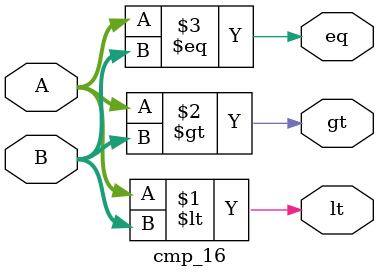
<source format=v>
module cmp_16(
  input [15:0] A,
  input [15:0] B,
  output lt,
  output gt,
  output eq
);
  
  assign lt = (A < B);
  assign gt = (A > B);
  assign eq = (A == B);
  
endmodule
</source>
